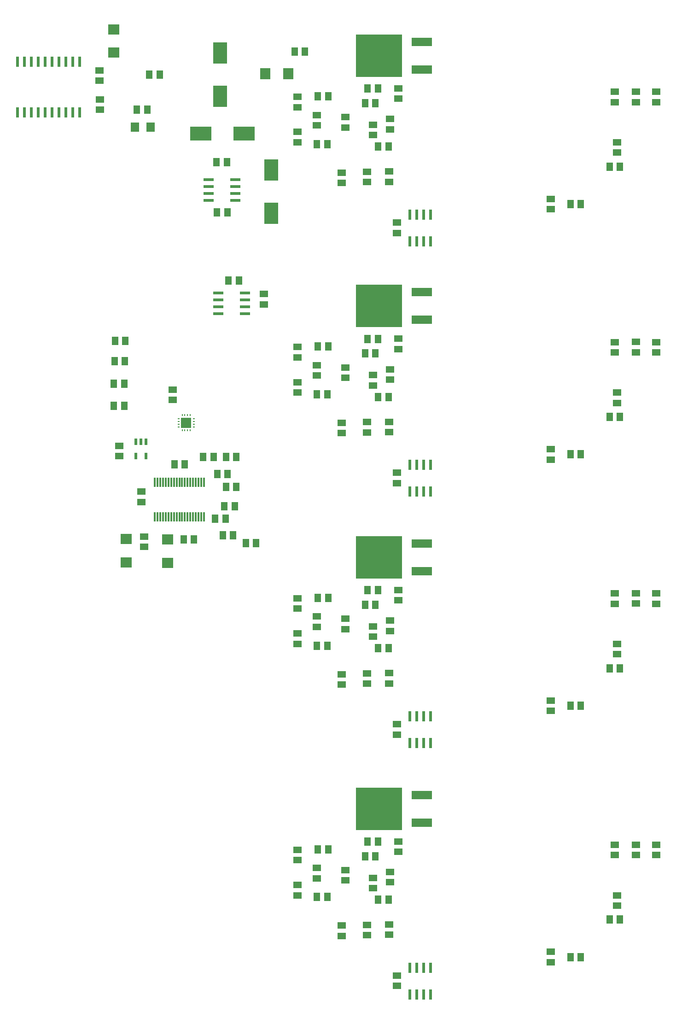
<source format=gbr>
G04 EAGLE Gerber RS-274X export*
G75*
%MOMM*%
%FSLAX34Y34*%
%LPD*%
%INSolderpaste Top*%
%IPPOS*%
%AMOC8*
5,1,8,0,0,1.08239X$1,22.5*%
G01*
%ADD10R,1.500000X1.300000*%
%ADD11R,1.300000X1.500000*%
%ADD12R,1.850000X1.850000*%
%ADD13R,0.425000X0.250000*%
%ADD14R,0.250000X0.425000*%
%ADD15R,0.510800X1.921200*%
%ADD16R,1.901000X0.599100*%
%ADD17R,0.300000X1.700000*%
%ADD18R,0.550000X1.200000*%
%ADD19R,1.300000X1.600000*%
%ADD20R,1.600000X1.803000*%
%ADD21R,2.500000X4.000000*%
%ADD22R,4.000000X2.500000*%
%ADD23R,1.869997X1.999997*%
%ADD24R,1.999997X1.869997*%
%ADD25R,0.599100X1.901000*%
%ADD26R,3.810000X1.620000*%
%ADD27R,8.510000X7.870000*%


D10*
X315600Y1141900D03*
X315600Y1160900D03*
D11*
X558500Y1782600D03*
X539500Y1782600D03*
D10*
X180500Y1747600D03*
X180500Y1728600D03*
X181600Y1675300D03*
X181600Y1694300D03*
D12*
X340365Y1100127D03*
D13*
X354240Y1092627D03*
X354240Y1097627D03*
X354240Y1102627D03*
X354240Y1107627D03*
D14*
X347865Y1114002D03*
X342865Y1114002D03*
X337865Y1114002D03*
X332865Y1114002D03*
D13*
X326490Y1107627D03*
X326490Y1102627D03*
X326490Y1097627D03*
X326490Y1092627D03*
D14*
X332865Y1086252D03*
X337865Y1086252D03*
X342865Y1086252D03*
X347865Y1086252D03*
D15*
X144458Y1763953D03*
X131758Y1763953D03*
X119058Y1763953D03*
X106358Y1763953D03*
X93658Y1763953D03*
X80958Y1763953D03*
X68258Y1763953D03*
X55558Y1763953D03*
X42858Y1763953D03*
X30158Y1763953D03*
X30158Y1670953D03*
X42858Y1670953D03*
X55558Y1670953D03*
X68258Y1670953D03*
X80958Y1670953D03*
X93658Y1670953D03*
X106358Y1670953D03*
X119058Y1670953D03*
X131758Y1670953D03*
X144458Y1670953D03*
D16*
X448154Y1300550D03*
X448154Y1313250D03*
X448154Y1325950D03*
X448154Y1338650D03*
X399046Y1338650D03*
X399046Y1325950D03*
X399046Y1313250D03*
X399046Y1300550D03*
D10*
X482800Y1317800D03*
X482800Y1336800D03*
D11*
X418100Y1361900D03*
X437100Y1361900D03*
X226500Y1131600D03*
X207500Y1131600D03*
X226500Y1171800D03*
X207500Y1171800D03*
D10*
X262600Y891200D03*
X262600Y872200D03*
D17*
X282800Y927300D03*
X287800Y927300D03*
X292800Y927300D03*
X297800Y927300D03*
X302800Y927300D03*
X307800Y927300D03*
X312800Y927300D03*
X317800Y927300D03*
X322800Y927300D03*
X327800Y927300D03*
X332800Y927300D03*
X337800Y927300D03*
X342800Y927300D03*
X347800Y927300D03*
X352800Y927300D03*
X357800Y927300D03*
X362800Y927300D03*
X367800Y927300D03*
X372800Y927300D03*
X372800Y990300D03*
X367800Y990300D03*
X362800Y990300D03*
X357800Y990300D03*
X352800Y990300D03*
X347800Y990300D03*
X342800Y990300D03*
X337800Y990300D03*
X332800Y990300D03*
X327800Y990300D03*
X322800Y990300D03*
X317800Y990300D03*
X312800Y990300D03*
X307800Y990300D03*
X302800Y990300D03*
X297800Y990300D03*
X292800Y990300D03*
X287800Y990300D03*
X282800Y990300D03*
D18*
X266500Y1065100D03*
X257000Y1065100D03*
X247500Y1065100D03*
X247500Y1039100D03*
X266500Y1039100D03*
D10*
X217200Y1038900D03*
X217200Y1057900D03*
D11*
X415100Y1579000D03*
X396100Y1579000D03*
X291700Y1739900D03*
X272700Y1739900D03*
X397000Y1486500D03*
X416000Y1486500D03*
D19*
X449800Y878800D03*
X468800Y878800D03*
D11*
X426600Y893400D03*
X407600Y893400D03*
D16*
X381846Y1546650D03*
X381846Y1533950D03*
X381846Y1521250D03*
X381846Y1508550D03*
X430954Y1508550D03*
X430954Y1521250D03*
X430954Y1533950D03*
X430954Y1546650D03*
D20*
X274520Y1643200D03*
X246080Y1643200D03*
D11*
X268800Y1675700D03*
X249800Y1675700D03*
D21*
X403000Y1700000D03*
X403000Y1780000D03*
D22*
X447000Y1632000D03*
X367000Y1632000D03*
D23*
X528350Y1742000D03*
X485650Y1742000D03*
D24*
X207000Y1823350D03*
X207000Y1780650D03*
X230000Y886350D03*
X230000Y843650D03*
X306000Y885350D03*
X306000Y842650D03*
D21*
X497000Y1485000D03*
X497000Y1565000D03*
D11*
X412500Y924000D03*
X393500Y924000D03*
X416500Y1006000D03*
X397500Y1006000D03*
X390500Y1037000D03*
X371500Y1037000D03*
D19*
X410500Y947000D03*
X429500Y947000D03*
X413500Y982000D03*
X432500Y982000D03*
X413500Y1037000D03*
X432500Y1037000D03*
D10*
X715200Y1658400D03*
X715200Y1639400D03*
X713800Y1543000D03*
X713800Y1562000D03*
X672600Y1542400D03*
X672600Y1561400D03*
X626600Y1540900D03*
X626600Y1559900D03*
X1128700Y1708500D03*
X1128700Y1689500D03*
X1167400Y1708600D03*
X1167400Y1689600D03*
X1204200Y1708400D03*
X1204200Y1689400D03*
D11*
X673700Y1714400D03*
X692700Y1714400D03*
D10*
X580100Y1665900D03*
X580100Y1646900D03*
D11*
X599600Y1612400D03*
X580600Y1612400D03*
X1065800Y1502100D03*
X1046800Y1502100D03*
D10*
X1010900Y1511600D03*
X1010900Y1492600D03*
D11*
X1137900Y1571000D03*
X1118900Y1571000D03*
D10*
X1132500Y1615600D03*
X1132500Y1596600D03*
X730500Y1695700D03*
X730500Y1714700D03*
D11*
X688000Y1687600D03*
X669000Y1687600D03*
D10*
X684200Y1647700D03*
X684200Y1628700D03*
D11*
X712400Y1607500D03*
X693400Y1607500D03*
D10*
X633000Y1642800D03*
X633000Y1661800D03*
D19*
X601400Y1700200D03*
X582400Y1700200D03*
D10*
X544600Y1699300D03*
X544600Y1680300D03*
X544900Y1615600D03*
X544900Y1634600D03*
D25*
X789950Y1482454D03*
X777250Y1482454D03*
X764550Y1482454D03*
X751850Y1482454D03*
X751850Y1433346D03*
X764550Y1433346D03*
X777250Y1433346D03*
X789950Y1433346D03*
D10*
X728000Y1449100D03*
X728000Y1468100D03*
D26*
X773950Y1749400D03*
X773950Y1800200D03*
D27*
X694550Y1774800D03*
D10*
X715200Y1198400D03*
X715200Y1179400D03*
X713800Y1083000D03*
X713800Y1102000D03*
X672600Y1082400D03*
X672600Y1101400D03*
X626600Y1080900D03*
X626600Y1099900D03*
X1128700Y1248500D03*
X1128700Y1229500D03*
X1167400Y1248600D03*
X1167400Y1229600D03*
X1204200Y1248400D03*
X1204200Y1229400D03*
D11*
X673700Y1254400D03*
X692700Y1254400D03*
D10*
X580100Y1205900D03*
X580100Y1186900D03*
D11*
X599600Y1152400D03*
X580600Y1152400D03*
X1065800Y1042100D03*
X1046800Y1042100D03*
D10*
X1010900Y1051600D03*
X1010900Y1032600D03*
D11*
X1137900Y1111000D03*
X1118900Y1111000D03*
D10*
X1132500Y1155600D03*
X1132500Y1136600D03*
X730500Y1235700D03*
X730500Y1254700D03*
D11*
X688000Y1227600D03*
X669000Y1227600D03*
D10*
X684200Y1187700D03*
X684200Y1168700D03*
D11*
X712400Y1147500D03*
X693400Y1147500D03*
D10*
X633000Y1182800D03*
X633000Y1201800D03*
D19*
X601400Y1240200D03*
X582400Y1240200D03*
D10*
X544600Y1239300D03*
X544600Y1220300D03*
X544900Y1155600D03*
X544900Y1174600D03*
D25*
X789950Y1022454D03*
X777250Y1022454D03*
X764550Y1022454D03*
X751850Y1022454D03*
X751850Y973346D03*
X764550Y973346D03*
X777250Y973346D03*
X789950Y973346D03*
D10*
X728000Y989100D03*
X728000Y1008100D03*
D26*
X773950Y1289400D03*
X773950Y1340200D03*
D27*
X694550Y1314800D03*
D10*
X715200Y736400D03*
X715200Y717400D03*
X713800Y621000D03*
X713800Y640000D03*
X672600Y620400D03*
X672600Y639400D03*
X626600Y618900D03*
X626600Y637900D03*
X1128700Y786500D03*
X1128700Y767500D03*
X1167400Y786600D03*
X1167400Y767600D03*
X1204200Y786400D03*
X1204200Y767400D03*
D11*
X673700Y792400D03*
X692700Y792400D03*
D10*
X580100Y743900D03*
X580100Y724900D03*
D11*
X599600Y690400D03*
X580600Y690400D03*
X1065800Y580100D03*
X1046800Y580100D03*
D10*
X1010900Y589600D03*
X1010900Y570600D03*
D11*
X1137900Y649000D03*
X1118900Y649000D03*
D10*
X1132500Y693600D03*
X1132500Y674600D03*
X730500Y773700D03*
X730500Y792700D03*
D11*
X688000Y765600D03*
X669000Y765600D03*
D10*
X684200Y725700D03*
X684200Y706700D03*
D11*
X712400Y685500D03*
X693400Y685500D03*
D10*
X633000Y720800D03*
X633000Y739800D03*
D19*
X601400Y778200D03*
X582400Y778200D03*
D10*
X544600Y777300D03*
X544600Y758300D03*
X544900Y693600D03*
X544900Y712600D03*
D25*
X789950Y560454D03*
X777250Y560454D03*
X764550Y560454D03*
X751850Y560454D03*
X751850Y511346D03*
X764550Y511346D03*
X777250Y511346D03*
X789950Y511346D03*
D10*
X728000Y527100D03*
X728000Y546100D03*
D26*
X773950Y827400D03*
X773950Y878200D03*
D27*
X694550Y852800D03*
D10*
X715200Y274400D03*
X715200Y255400D03*
X713800Y159000D03*
X713800Y178000D03*
X672600Y158400D03*
X672600Y177400D03*
X626600Y156900D03*
X626600Y175900D03*
X1128700Y324500D03*
X1128700Y305500D03*
X1167400Y324600D03*
X1167400Y305600D03*
X1204200Y324400D03*
X1204200Y305400D03*
D11*
X673700Y330400D03*
X692700Y330400D03*
D10*
X580100Y281900D03*
X580100Y262900D03*
D11*
X599600Y228400D03*
X580600Y228400D03*
X1065800Y118100D03*
X1046800Y118100D03*
D10*
X1010900Y127600D03*
X1010900Y108600D03*
D11*
X1137900Y187000D03*
X1118900Y187000D03*
D10*
X1132500Y231600D03*
X1132500Y212600D03*
X730500Y311700D03*
X730500Y330700D03*
D11*
X688000Y303600D03*
X669000Y303600D03*
D10*
X684200Y263700D03*
X684200Y244700D03*
D11*
X712400Y223500D03*
X693400Y223500D03*
D10*
X633000Y258800D03*
X633000Y277800D03*
D19*
X601400Y316200D03*
X582400Y316200D03*
D10*
X544600Y315300D03*
X544600Y296300D03*
X544900Y231600D03*
X544900Y250600D03*
D25*
X789950Y98454D03*
X777250Y98454D03*
X764550Y98454D03*
X751850Y98454D03*
X751850Y49346D03*
X764550Y49346D03*
X777250Y49346D03*
X789950Y49346D03*
D10*
X728000Y65100D03*
X728000Y84100D03*
D26*
X773950Y365400D03*
X773950Y416200D03*
D27*
X694550Y390800D03*
D11*
X227500Y1213000D03*
X208500Y1213000D03*
X228500Y1251000D03*
X209500Y1251000D03*
X335500Y886000D03*
X354500Y886000D03*
X318500Y1024000D03*
X337500Y1024000D03*
D10*
X258000Y973500D03*
X258000Y954500D03*
M02*

</source>
